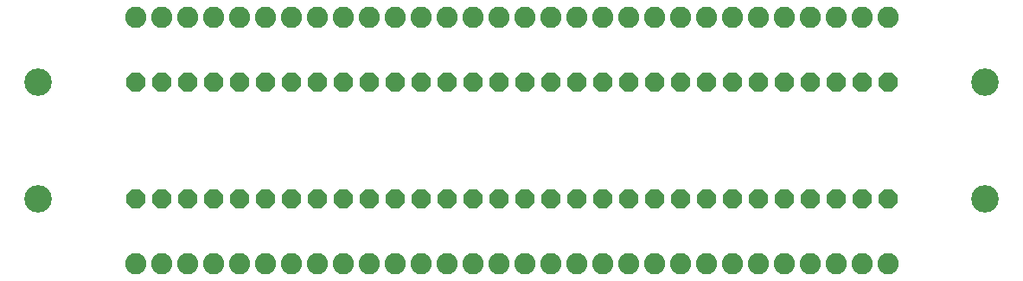
<source format=gts>
G75*
G70*
%OFA0B0*%
%FSLAX24Y24*%
%IPPOS*%
%LPD*%
%AMOC8*
5,1,8,0,0,1.08239X$1,22.5*
%
%ADD10OC8,0.0730*%
%ADD11C,0.1060*%
%ADD12C,0.0820*%
D10*
X005720Y004050D03*
X006720Y004050D03*
X007720Y004050D03*
X008720Y004050D03*
X009720Y004050D03*
X010720Y004050D03*
X011720Y004050D03*
X012720Y004050D03*
X013720Y004050D03*
X014720Y004050D03*
X015720Y004050D03*
X016720Y004050D03*
X017720Y004050D03*
X018720Y004050D03*
X019720Y004050D03*
X020720Y004050D03*
X021720Y004050D03*
X022720Y004050D03*
X023720Y004050D03*
X024720Y004050D03*
X025720Y004050D03*
X026720Y004050D03*
X027720Y004050D03*
X028720Y004050D03*
X029720Y004050D03*
X030720Y004050D03*
X031720Y004050D03*
X032720Y004050D03*
X033720Y004050D03*
X034720Y004050D03*
X034720Y008550D03*
X033720Y008550D03*
X032720Y008550D03*
X031720Y008550D03*
X030720Y008550D03*
X029720Y008550D03*
X028720Y008550D03*
X027720Y008550D03*
X026720Y008550D03*
X025720Y008550D03*
X024720Y008550D03*
X023720Y008550D03*
X022720Y008550D03*
X021720Y008550D03*
X020720Y008550D03*
X019720Y008550D03*
X018720Y008550D03*
X017720Y008550D03*
X016720Y008550D03*
X015720Y008550D03*
X014720Y008550D03*
X013720Y008550D03*
X012720Y008550D03*
X011720Y008550D03*
X010720Y008550D03*
X009720Y008550D03*
X008720Y008550D03*
X007720Y008550D03*
X006720Y008550D03*
X005720Y008550D03*
D11*
X001970Y008550D03*
X001970Y004050D03*
X038470Y004050D03*
X038470Y008550D03*
D12*
X005720Y001550D03*
X006720Y001550D03*
X007720Y001550D03*
X008720Y001550D03*
X009720Y001550D03*
X010720Y001550D03*
X011720Y001550D03*
X012720Y001550D03*
X013720Y001550D03*
X014720Y001550D03*
X015720Y001550D03*
X016720Y001550D03*
X017720Y001550D03*
X018720Y001550D03*
X019720Y001550D03*
X020720Y001550D03*
X021720Y001550D03*
X022720Y001550D03*
X023720Y001550D03*
X024720Y001550D03*
X025720Y001550D03*
X026720Y001550D03*
X027720Y001550D03*
X028720Y001550D03*
X029720Y001550D03*
X030720Y001550D03*
X031720Y001550D03*
X032720Y001550D03*
X033720Y001550D03*
X034720Y001550D03*
X034720Y011050D03*
X033720Y011050D03*
X032720Y011050D03*
X031720Y011050D03*
X030720Y011050D03*
X029720Y011050D03*
X028720Y011050D03*
X027720Y011050D03*
X026720Y011050D03*
X025720Y011050D03*
X024720Y011050D03*
X023720Y011050D03*
X022720Y011050D03*
X021720Y011050D03*
X020720Y011050D03*
X019720Y011050D03*
X018720Y011050D03*
X017720Y011050D03*
X016720Y011050D03*
X015720Y011050D03*
X014720Y011050D03*
X013720Y011050D03*
X012720Y011050D03*
X011720Y011050D03*
X010720Y011050D03*
X009720Y011050D03*
X008720Y011050D03*
X007720Y011050D03*
X006720Y011050D03*
X005720Y011050D03*
M02*

</source>
